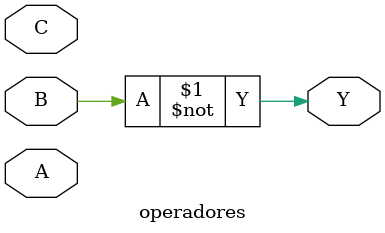
<source format=v>
module gateLevel(input wire A, B, C, output wire Y);

	
	
	not(Y, B);
	
endmodule

module operadores(input wire A, B, C, output wire Y);

	assign Y=(~B);


endmodule
</source>
